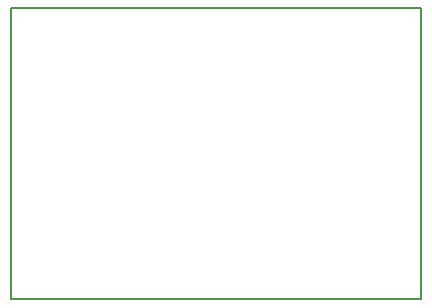
<source format=gbo>
G04 MADE WITH FRITZING*
G04 WWW.FRITZING.ORG*
G04 DOUBLE SIDED*
G04 HOLES PLATED*
G04 CONTOUR ON CENTER OF CONTOUR VECTOR*
%ASAXBY*%
%FSLAX23Y23*%
%MOIN*%
%OFA0B0*%
%SFA1.0B1.0*%
%ADD10R,1.372070X0.978268X1.356070X0.962268*%
%ADD11C,0.008000*%
%LNSILK0*%
G90*
G70*
G54D11*
X4Y974D02*
X1368Y974D01*
X1368Y4D01*
X4Y4D01*
X4Y974D01*
D02*
G04 End of Silk0*
M02*
</source>
